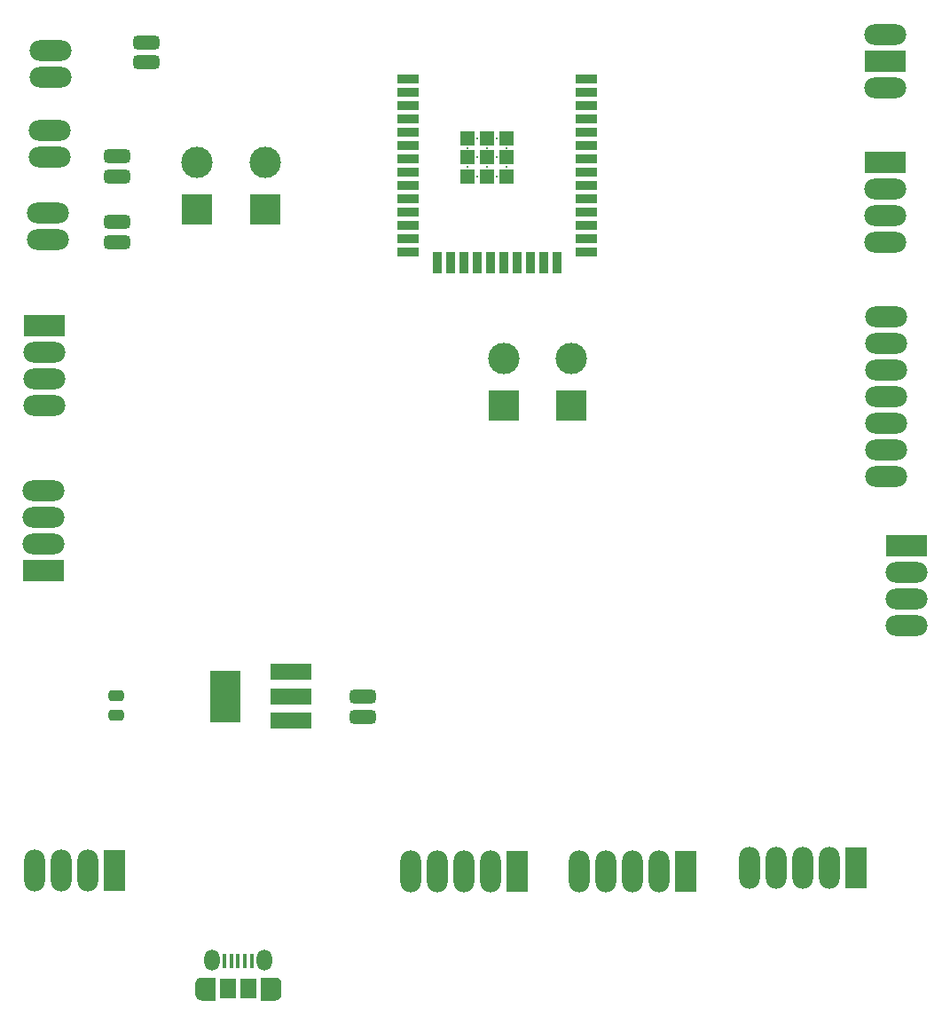
<source format=gts>
%TF.GenerationSoftware,KiCad,Pcbnew,(6.0.2)*%
%TF.CreationDate,2022-05-17T13:56:57+02:00*%
%TF.ProjectId,PCB_VuilBak,5043425f-5675-4696-9c42-616b2e6b6963,rev?*%
%TF.SameCoordinates,Original*%
%TF.FileFunction,Soldermask,Top*%
%TF.FilePolarity,Negative*%
%FSLAX46Y46*%
G04 Gerber Fmt 4.6, Leading zero omitted, Abs format (unit mm)*
G04 Created by KiCad (PCBNEW (6.0.2)) date 2022-05-17 13:56:57*
%MOMM*%
%LPD*%
G01*
G04 APERTURE LIST*
G04 Aperture macros list*
%AMRoundRect*
0 Rectangle with rounded corners*
0 $1 Rounding radius*
0 $2 $3 $4 $5 $6 $7 $8 $9 X,Y pos of 4 corners*
0 Add a 4 corners polygon primitive as box body*
4,1,4,$2,$3,$4,$5,$6,$7,$8,$9,$2,$3,0*
0 Add four circle primitives for the rounded corners*
1,1,$1+$1,$2,$3*
1,1,$1+$1,$4,$5*
1,1,$1+$1,$6,$7*
1,1,$1+$1,$8,$9*
0 Add four rect primitives between the rounded corners*
20,1,$1+$1,$2,$3,$4,$5,0*
20,1,$1+$1,$4,$5,$6,$7,0*
20,1,$1+$1,$6,$7,$8,$9,0*
20,1,$1+$1,$8,$9,$2,$3,0*%
G04 Aperture macros list end*
%ADD10C,0.000100*%
%ADD11RoundRect,0.325000X0.925000X-0.325000X0.925000X0.325000X-0.925000X0.325000X-0.925000X-0.325000X0*%
%ADD12O,2.000000X4.000000*%
%ADD13R,2.000000X4.000000*%
%ADD14R,0.400000X1.350000*%
%ADD15O,1.450000X2.000000*%
%ADD16R,1.500000X1.900000*%
%ADD17O,4.000000X2.000000*%
%ADD18R,4.000000X1.500000*%
%ADD19R,3.000000X5.000000*%
%ADD20R,4.000000X2.000000*%
%ADD21RoundRect,0.325000X-0.925000X0.325000X-0.925000X-0.325000X0.925000X-0.325000X0.925000X0.325000X0*%
%ADD22R,2.000000X0.900000*%
%ADD23R,0.900000X2.000000*%
%ADD24R,1.330000X1.330000*%
%ADD25C,0.300000*%
%ADD26RoundRect,0.250000X-0.475000X0.250000X-0.475000X-0.250000X0.475000X-0.250000X0.475000X0.250000X0*%
%ADD27R,3.000000X3.000000*%
%ADD28C,3.000000*%
G04 APERTURE END LIST*
D10*
%TO.C,U1*%
X150060000Y-118650000D02*
X148760000Y-118650000D01*
X148760000Y-118650000D02*
X148760000Y-120750000D01*
X148760000Y-120750000D02*
X150060000Y-120750000D01*
X150060000Y-120750000D02*
X150090000Y-120749000D01*
X150090000Y-120749000D02*
X150120000Y-120747000D01*
X150120000Y-120747000D02*
X150150000Y-120743000D01*
X150150000Y-120743000D02*
X150180000Y-120737000D01*
X150180000Y-120737000D02*
X150209000Y-120730000D01*
X150209000Y-120730000D02*
X150238000Y-120722000D01*
X150238000Y-120722000D02*
X150266000Y-120712000D01*
X150266000Y-120712000D02*
X150294000Y-120700000D01*
X150294000Y-120700000D02*
X150321000Y-120687000D01*
X150321000Y-120687000D02*
X150348000Y-120673000D01*
X150348000Y-120673000D02*
X150373000Y-120657000D01*
X150373000Y-120657000D02*
X150398000Y-120640000D01*
X150398000Y-120640000D02*
X150422000Y-120622000D01*
X150422000Y-120622000D02*
X150445000Y-120602000D01*
X150445000Y-120602000D02*
X150467000Y-120582000D01*
X150467000Y-120582000D02*
X150487000Y-120560000D01*
X150487000Y-120560000D02*
X150507000Y-120537000D01*
X150507000Y-120537000D02*
X150525000Y-120513000D01*
X150525000Y-120513000D02*
X150542000Y-120488000D01*
X150542000Y-120488000D02*
X150558000Y-120462000D01*
X150558000Y-120462000D02*
X150572000Y-120436000D01*
X150572000Y-120436000D02*
X150585000Y-120409000D01*
X150585000Y-120409000D02*
X150597000Y-120381000D01*
X150597000Y-120381000D02*
X150607000Y-120353000D01*
X150607000Y-120353000D02*
X150615000Y-120324000D01*
X150615000Y-120324000D02*
X150622000Y-120295000D01*
X150622000Y-120295000D02*
X150628000Y-120265000D01*
X150628000Y-120265000D02*
X150632000Y-120235000D01*
X150632000Y-120235000D02*
X150634000Y-120205000D01*
X150634000Y-120205000D02*
X150635000Y-120175000D01*
X150635000Y-120175000D02*
X150635000Y-119225000D01*
X150635000Y-119225000D02*
X150634000Y-119195000D01*
X150634000Y-119195000D02*
X150632000Y-119165000D01*
X150632000Y-119165000D02*
X150628000Y-119135000D01*
X150628000Y-119135000D02*
X150622000Y-119105000D01*
X150622000Y-119105000D02*
X150615000Y-119076000D01*
X150615000Y-119076000D02*
X150607000Y-119047000D01*
X150607000Y-119047000D02*
X150597000Y-119019000D01*
X150597000Y-119019000D02*
X150585000Y-118991000D01*
X150585000Y-118991000D02*
X150572000Y-118964000D01*
X150572000Y-118964000D02*
X150558000Y-118938000D01*
X150558000Y-118938000D02*
X150542000Y-118912000D01*
X150542000Y-118912000D02*
X150525000Y-118887000D01*
X150525000Y-118887000D02*
X150507000Y-118863000D01*
X150507000Y-118863000D02*
X150487000Y-118840000D01*
X150487000Y-118840000D02*
X150467000Y-118818000D01*
X150467000Y-118818000D02*
X150445000Y-118798000D01*
X150445000Y-118798000D02*
X150422000Y-118778000D01*
X150422000Y-118778000D02*
X150398000Y-118760000D01*
X150398000Y-118760000D02*
X150373000Y-118743000D01*
X150373000Y-118743000D02*
X150348000Y-118727000D01*
X150348000Y-118727000D02*
X150321000Y-118713000D01*
X150321000Y-118713000D02*
X150294000Y-118700000D01*
X150294000Y-118700000D02*
X150266000Y-118688000D01*
X150266000Y-118688000D02*
X150238000Y-118678000D01*
X150238000Y-118678000D02*
X150209000Y-118670000D01*
X150209000Y-118670000D02*
X150180000Y-118663000D01*
X150180000Y-118663000D02*
X150150000Y-118657000D01*
X150150000Y-118657000D02*
X150120000Y-118653000D01*
X150120000Y-118653000D02*
X150090000Y-118651000D01*
X150090000Y-118651000D02*
X150060000Y-118650000D01*
X150060000Y-118650000D02*
X150060000Y-118650000D01*
G36*
X150090000Y-118651000D02*
G01*
X150120000Y-118653000D01*
X150150000Y-118657000D01*
X150180000Y-118663000D01*
X150209000Y-118670000D01*
X150238000Y-118678000D01*
X150266000Y-118688000D01*
X150294000Y-118700000D01*
X150321000Y-118713000D01*
X150348000Y-118727000D01*
X150373000Y-118743000D01*
X150398000Y-118760000D01*
X150422000Y-118778000D01*
X150445000Y-118798000D01*
X150467000Y-118818000D01*
X150487000Y-118840000D01*
X150507000Y-118863000D01*
X150525000Y-118887000D01*
X150542000Y-118912000D01*
X150558000Y-118938000D01*
X150572000Y-118964000D01*
X150585000Y-118991000D01*
X150597000Y-119019000D01*
X150607000Y-119047000D01*
X150615000Y-119076000D01*
X150622000Y-119105000D01*
X150628000Y-119135000D01*
X150632000Y-119165000D01*
X150634000Y-119195000D01*
X150635000Y-119225000D01*
X150635000Y-120175000D01*
X150634000Y-120205000D01*
X150632000Y-120235000D01*
X150628000Y-120265000D01*
X150622000Y-120295000D01*
X150615000Y-120324000D01*
X150607000Y-120353000D01*
X150597000Y-120381000D01*
X150585000Y-120409000D01*
X150572000Y-120436000D01*
X150558000Y-120462000D01*
X150542000Y-120488000D01*
X150525000Y-120513000D01*
X150507000Y-120537000D01*
X150487000Y-120560000D01*
X150467000Y-120582000D01*
X150445000Y-120602000D01*
X150422000Y-120622000D01*
X150398000Y-120640000D01*
X150373000Y-120657000D01*
X150348000Y-120673000D01*
X150321000Y-120687000D01*
X150294000Y-120700000D01*
X150266000Y-120712000D01*
X150238000Y-120722000D01*
X150209000Y-120730000D01*
X150180000Y-120737000D01*
X150150000Y-120743000D01*
X150120000Y-120747000D01*
X150090000Y-120749000D01*
X150060000Y-120750000D01*
X148760000Y-120750000D01*
X148760000Y-118650000D01*
X150060000Y-118650000D01*
X150090000Y-118651000D01*
G37*
X150090000Y-118651000D02*
X150120000Y-118653000D01*
X150150000Y-118657000D01*
X150180000Y-118663000D01*
X150209000Y-118670000D01*
X150238000Y-118678000D01*
X150266000Y-118688000D01*
X150294000Y-118700000D01*
X150321000Y-118713000D01*
X150348000Y-118727000D01*
X150373000Y-118743000D01*
X150398000Y-118760000D01*
X150422000Y-118778000D01*
X150445000Y-118798000D01*
X150467000Y-118818000D01*
X150487000Y-118840000D01*
X150507000Y-118863000D01*
X150525000Y-118887000D01*
X150542000Y-118912000D01*
X150558000Y-118938000D01*
X150572000Y-118964000D01*
X150585000Y-118991000D01*
X150597000Y-119019000D01*
X150607000Y-119047000D01*
X150615000Y-119076000D01*
X150622000Y-119105000D01*
X150628000Y-119135000D01*
X150632000Y-119165000D01*
X150634000Y-119195000D01*
X150635000Y-119225000D01*
X150635000Y-120175000D01*
X150634000Y-120205000D01*
X150632000Y-120235000D01*
X150628000Y-120265000D01*
X150622000Y-120295000D01*
X150615000Y-120324000D01*
X150607000Y-120353000D01*
X150597000Y-120381000D01*
X150585000Y-120409000D01*
X150572000Y-120436000D01*
X150558000Y-120462000D01*
X150542000Y-120488000D01*
X150525000Y-120513000D01*
X150507000Y-120537000D01*
X150487000Y-120560000D01*
X150467000Y-120582000D01*
X150445000Y-120602000D01*
X150422000Y-120622000D01*
X150398000Y-120640000D01*
X150373000Y-120657000D01*
X150348000Y-120673000D01*
X150321000Y-120687000D01*
X150294000Y-120700000D01*
X150266000Y-120712000D01*
X150238000Y-120722000D01*
X150209000Y-120730000D01*
X150180000Y-120737000D01*
X150150000Y-120743000D01*
X150120000Y-120747000D01*
X150090000Y-120749000D01*
X150060000Y-120750000D01*
X148760000Y-120750000D01*
X148760000Y-118650000D01*
X150060000Y-118650000D01*
X150090000Y-118651000D01*
X143060000Y-118650000D02*
X144360000Y-118650000D01*
X144360000Y-118650000D02*
X144360000Y-120750000D01*
X144360000Y-120750000D02*
X143060000Y-120750000D01*
X143060000Y-120750000D02*
X143030000Y-120749000D01*
X143030000Y-120749000D02*
X143000000Y-120747000D01*
X143000000Y-120747000D02*
X142970000Y-120743000D01*
X142970000Y-120743000D02*
X142940000Y-120737000D01*
X142940000Y-120737000D02*
X142911000Y-120730000D01*
X142911000Y-120730000D02*
X142882000Y-120722000D01*
X142882000Y-120722000D02*
X142854000Y-120712000D01*
X142854000Y-120712000D02*
X142826000Y-120700000D01*
X142826000Y-120700000D02*
X142799000Y-120687000D01*
X142799000Y-120687000D02*
X142772000Y-120673000D01*
X142772000Y-120673000D02*
X142747000Y-120657000D01*
X142747000Y-120657000D02*
X142722000Y-120640000D01*
X142722000Y-120640000D02*
X142698000Y-120622000D01*
X142698000Y-120622000D02*
X142675000Y-120602000D01*
X142675000Y-120602000D02*
X142653000Y-120582000D01*
X142653000Y-120582000D02*
X142633000Y-120560000D01*
X142633000Y-120560000D02*
X142613000Y-120537000D01*
X142613000Y-120537000D02*
X142595000Y-120513000D01*
X142595000Y-120513000D02*
X142578000Y-120488000D01*
X142578000Y-120488000D02*
X142562000Y-120462000D01*
X142562000Y-120462000D02*
X142548000Y-120436000D01*
X142548000Y-120436000D02*
X142535000Y-120409000D01*
X142535000Y-120409000D02*
X142523000Y-120381000D01*
X142523000Y-120381000D02*
X142513000Y-120353000D01*
X142513000Y-120353000D02*
X142505000Y-120324000D01*
X142505000Y-120324000D02*
X142498000Y-120295000D01*
X142498000Y-120295000D02*
X142492000Y-120265000D01*
X142492000Y-120265000D02*
X142488000Y-120235000D01*
X142488000Y-120235000D02*
X142486000Y-120205000D01*
X142486000Y-120205000D02*
X142485000Y-120175000D01*
X142485000Y-120175000D02*
X142485000Y-119225000D01*
X142485000Y-119225000D02*
X142486000Y-119195000D01*
X142486000Y-119195000D02*
X142488000Y-119165000D01*
X142488000Y-119165000D02*
X142492000Y-119135000D01*
X142492000Y-119135000D02*
X142498000Y-119105000D01*
X142498000Y-119105000D02*
X142505000Y-119076000D01*
X142505000Y-119076000D02*
X142513000Y-119047000D01*
X142513000Y-119047000D02*
X142523000Y-119019000D01*
X142523000Y-119019000D02*
X142535000Y-118991000D01*
X142535000Y-118991000D02*
X142548000Y-118964000D01*
X142548000Y-118964000D02*
X142562000Y-118938000D01*
X142562000Y-118938000D02*
X142578000Y-118912000D01*
X142578000Y-118912000D02*
X142595000Y-118887000D01*
X142595000Y-118887000D02*
X142613000Y-118863000D01*
X142613000Y-118863000D02*
X142633000Y-118840000D01*
X142633000Y-118840000D02*
X142653000Y-118818000D01*
X142653000Y-118818000D02*
X142675000Y-118798000D01*
X142675000Y-118798000D02*
X142698000Y-118778000D01*
X142698000Y-118778000D02*
X142722000Y-118760000D01*
X142722000Y-118760000D02*
X142747000Y-118743000D01*
X142747000Y-118743000D02*
X142772000Y-118727000D01*
X142772000Y-118727000D02*
X142799000Y-118713000D01*
X142799000Y-118713000D02*
X142826000Y-118700000D01*
X142826000Y-118700000D02*
X142854000Y-118688000D01*
X142854000Y-118688000D02*
X142882000Y-118678000D01*
X142882000Y-118678000D02*
X142911000Y-118670000D01*
X142911000Y-118670000D02*
X142940000Y-118663000D01*
X142940000Y-118663000D02*
X142970000Y-118657000D01*
X142970000Y-118657000D02*
X143000000Y-118653000D01*
X143000000Y-118653000D02*
X143030000Y-118651000D01*
X143030000Y-118651000D02*
X143060000Y-118650000D01*
X143060000Y-118650000D02*
X143060000Y-118650000D01*
G36*
X144360000Y-120750000D02*
G01*
X143060000Y-120750000D01*
X143030000Y-120749000D01*
X143000000Y-120747000D01*
X142970000Y-120743000D01*
X142940000Y-120737000D01*
X142911000Y-120730000D01*
X142882000Y-120722000D01*
X142854000Y-120712000D01*
X142826000Y-120700000D01*
X142799000Y-120687000D01*
X142772000Y-120673000D01*
X142747000Y-120657000D01*
X142722000Y-120640000D01*
X142698000Y-120622000D01*
X142675000Y-120602000D01*
X142653000Y-120582000D01*
X142633000Y-120560000D01*
X142613000Y-120537000D01*
X142595000Y-120513000D01*
X142578000Y-120488000D01*
X142562000Y-120462000D01*
X142548000Y-120436000D01*
X142535000Y-120409000D01*
X142523000Y-120381000D01*
X142513000Y-120353000D01*
X142505000Y-120324000D01*
X142498000Y-120295000D01*
X142492000Y-120265000D01*
X142488000Y-120235000D01*
X142486000Y-120205000D01*
X142485000Y-120175000D01*
X142485000Y-119225000D01*
X142486000Y-119195000D01*
X142488000Y-119165000D01*
X142492000Y-119135000D01*
X142498000Y-119105000D01*
X142505000Y-119076000D01*
X142513000Y-119047000D01*
X142523000Y-119019000D01*
X142535000Y-118991000D01*
X142548000Y-118964000D01*
X142562000Y-118938000D01*
X142578000Y-118912000D01*
X142595000Y-118887000D01*
X142613000Y-118863000D01*
X142633000Y-118840000D01*
X142653000Y-118818000D01*
X142675000Y-118798000D01*
X142698000Y-118778000D01*
X142722000Y-118760000D01*
X142747000Y-118743000D01*
X142772000Y-118727000D01*
X142799000Y-118713000D01*
X142826000Y-118700000D01*
X142854000Y-118688000D01*
X142882000Y-118678000D01*
X142911000Y-118670000D01*
X142940000Y-118663000D01*
X142970000Y-118657000D01*
X143000000Y-118653000D01*
X143030000Y-118651000D01*
X143060000Y-118650000D01*
X144360000Y-118650000D01*
X144360000Y-120750000D01*
G37*
X144360000Y-120750000D02*
X143060000Y-120750000D01*
X143030000Y-120749000D01*
X143000000Y-120747000D01*
X142970000Y-120743000D01*
X142940000Y-120737000D01*
X142911000Y-120730000D01*
X142882000Y-120722000D01*
X142854000Y-120712000D01*
X142826000Y-120700000D01*
X142799000Y-120687000D01*
X142772000Y-120673000D01*
X142747000Y-120657000D01*
X142722000Y-120640000D01*
X142698000Y-120622000D01*
X142675000Y-120602000D01*
X142653000Y-120582000D01*
X142633000Y-120560000D01*
X142613000Y-120537000D01*
X142595000Y-120513000D01*
X142578000Y-120488000D01*
X142562000Y-120462000D01*
X142548000Y-120436000D01*
X142535000Y-120409000D01*
X142523000Y-120381000D01*
X142513000Y-120353000D01*
X142505000Y-120324000D01*
X142498000Y-120295000D01*
X142492000Y-120265000D01*
X142488000Y-120235000D01*
X142486000Y-120205000D01*
X142485000Y-120175000D01*
X142485000Y-119225000D01*
X142486000Y-119195000D01*
X142488000Y-119165000D01*
X142492000Y-119135000D01*
X142498000Y-119105000D01*
X142505000Y-119076000D01*
X142513000Y-119047000D01*
X142523000Y-119019000D01*
X142535000Y-118991000D01*
X142548000Y-118964000D01*
X142562000Y-118938000D01*
X142578000Y-118912000D01*
X142595000Y-118887000D01*
X142613000Y-118863000D01*
X142633000Y-118840000D01*
X142653000Y-118818000D01*
X142675000Y-118798000D01*
X142698000Y-118778000D01*
X142722000Y-118760000D01*
X142747000Y-118743000D01*
X142772000Y-118727000D01*
X142799000Y-118713000D01*
X142826000Y-118700000D01*
X142854000Y-118688000D01*
X142882000Y-118678000D01*
X142911000Y-118670000D01*
X142940000Y-118663000D01*
X142970000Y-118657000D01*
X143000000Y-118653000D01*
X143030000Y-118651000D01*
X143060000Y-118650000D01*
X144360000Y-118650000D01*
X144360000Y-120750000D01*
%TD*%
D11*
%TO.C,R11*%
X135000000Y-48450000D03*
X135000000Y-46550000D03*
%TD*%
D12*
%TO.C,X9*%
X163060000Y-108500000D03*
X165600000Y-108500000D03*
X168140000Y-108500000D03*
X170680000Y-108500000D03*
D13*
X173220000Y-108500000D03*
%TD*%
D14*
%TO.C,U1*%
X145260000Y-117025000D03*
X145910000Y-117025000D03*
X146560000Y-117025000D03*
X147210000Y-117025000D03*
X147860000Y-117025000D03*
D15*
X144060000Y-117000000D03*
X149060000Y-117000000D03*
D16*
X145560000Y-119700000D03*
X147560000Y-119700000D03*
%TD*%
D13*
%TO.C,X3*%
X134780000Y-108400000D03*
D12*
X132240000Y-108400000D03*
X129700000Y-108400000D03*
X127160000Y-108400000D03*
%TD*%
D11*
%TO.C,R12*%
X137800000Y-31300000D03*
X137800000Y-29400000D03*
%TD*%
D17*
%TO.C,X13*%
X128570000Y-37790000D03*
X128570000Y-40330000D03*
%TD*%
D12*
%TO.C,X8*%
X179120000Y-108500000D03*
X181660000Y-108500000D03*
X184200000Y-108500000D03*
X186740000Y-108500000D03*
D13*
X189280000Y-108500000D03*
%TD*%
D17*
%TO.C,X6*%
X208400000Y-55600000D03*
X208400000Y-58140000D03*
X208400000Y-60680000D03*
X208400000Y-63220000D03*
X208400000Y-65760000D03*
X208400000Y-68300000D03*
X208400000Y-70840000D03*
%TD*%
%TO.C,X12*%
X128685000Y-30225000D03*
X128685000Y-32765000D03*
%TD*%
D18*
%TO.C,U2*%
X151650000Y-94100000D03*
D19*
X145350000Y-91800000D03*
D18*
X151650000Y-91800000D03*
X151650000Y-89500000D03*
%TD*%
D17*
%TO.C,X4*%
X128000000Y-72200000D03*
X128000000Y-74740000D03*
X128000000Y-77280000D03*
D20*
X128000000Y-79820000D03*
%TD*%
D12*
%TO.C,X7*%
X195360000Y-108200000D03*
X197900000Y-108200000D03*
X200440000Y-108200000D03*
X202980000Y-108200000D03*
D13*
X205520000Y-108200000D03*
%TD*%
D20*
%TO.C,X2*%
X128085000Y-56425000D03*
D17*
X128085000Y-58965000D03*
X128085000Y-61505000D03*
X128085000Y-64045000D03*
%TD*%
D21*
%TO.C,R13*%
X135000000Y-40300000D03*
X135000000Y-42200000D03*
%TD*%
D17*
%TO.C,X5*%
X208300000Y-28700000D03*
D20*
X208300000Y-31240000D03*
D17*
X208300000Y-33780000D03*
%TD*%
D22*
%TO.C,U4*%
X162812500Y-32890000D03*
X162812500Y-34160000D03*
X162812500Y-35430000D03*
X162812500Y-36700000D03*
X162812500Y-37970000D03*
X162812500Y-39240000D03*
X162812500Y-40510000D03*
X162812500Y-41780000D03*
X162812500Y-43050000D03*
X162812500Y-44320000D03*
X162812500Y-45590000D03*
X162812500Y-46860000D03*
X162812500Y-48130000D03*
X162812500Y-49400000D03*
D23*
X165597500Y-50400000D03*
X166867500Y-50400000D03*
X168137500Y-50400000D03*
X169407500Y-50400000D03*
X170677500Y-50400000D03*
X171947500Y-50400000D03*
X173217500Y-50400000D03*
X174487500Y-50400000D03*
X175757500Y-50400000D03*
X177027500Y-50400000D03*
D22*
X179812500Y-49400000D03*
X179812500Y-48130000D03*
X179812500Y-46860000D03*
X179812500Y-45590000D03*
X179812500Y-44320000D03*
X179812500Y-43050000D03*
X179812500Y-41780000D03*
X179812500Y-40510000D03*
X179812500Y-39240000D03*
X179812500Y-37970000D03*
X179812500Y-36700000D03*
X179812500Y-35430000D03*
X179812500Y-34160000D03*
X179812500Y-32890000D03*
D24*
X168477500Y-38555000D03*
X170312500Y-38555000D03*
X172147500Y-38555000D03*
X168477500Y-40390000D03*
X170312500Y-40390000D03*
X172147500Y-40390000D03*
X168477500Y-42225000D03*
X170312500Y-42225000D03*
X172147500Y-42225000D03*
D25*
X169395000Y-38555000D03*
X171230000Y-38555000D03*
X168477500Y-39472500D03*
X170312500Y-39472500D03*
X172147500Y-39472500D03*
X169395000Y-40390000D03*
X171230000Y-40390000D03*
X168477500Y-41307500D03*
X170312500Y-41307500D03*
X172147500Y-41307500D03*
X169395000Y-42225000D03*
X171230000Y-42225000D03*
%TD*%
D21*
%TO.C,C5*%
X158500000Y-91850000D03*
X158500000Y-93750000D03*
%TD*%
D17*
%TO.C,X11*%
X128400000Y-45725000D03*
X128400000Y-48265000D03*
%TD*%
D20*
%TO.C,X1*%
X208300000Y-40860000D03*
D17*
X208300000Y-43400000D03*
X208300000Y-45940000D03*
X208300000Y-48480000D03*
%TD*%
%TO.C,X10*%
X210400000Y-85060000D03*
X210400000Y-82520000D03*
X210400000Y-79980000D03*
D20*
X210400000Y-77440000D03*
%TD*%
D26*
%TO.C,C3*%
X134900000Y-91750000D03*
X134900000Y-93650000D03*
%TD*%
D27*
%TO.C,S2*%
X171900000Y-64100000D03*
X178400000Y-64100000D03*
D28*
X171900000Y-59600000D03*
X178400000Y-59600000D03*
%TD*%
%TO.C,S1*%
X149150000Y-40850000D03*
X142650000Y-40850000D03*
D27*
X149150000Y-45350000D03*
X142650000Y-45350000D03*
%TD*%
M02*

</source>
